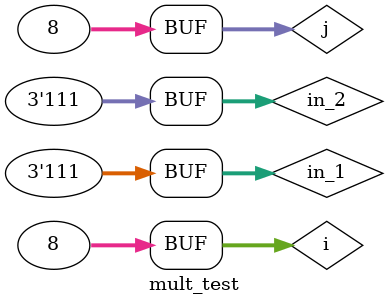
<source format=v>
`timescale 1ns / 1ps


module mult_test(

    );
    
    reg[2:0] in_1;
    reg[2:0] in_2;
    wire [6:0]out;
    integer i;
    integer j;
    three_bit_mult my_mult(.in_1(in_1), .in_2(in_2), .out(out));
    initial
    for(i = 0; i<8; i= i+1)
    begin
        in_1 = i;
        for(j = 0; j< 8; j= j+1)
            #1 in_2=j;
    end
endmodule

</source>
